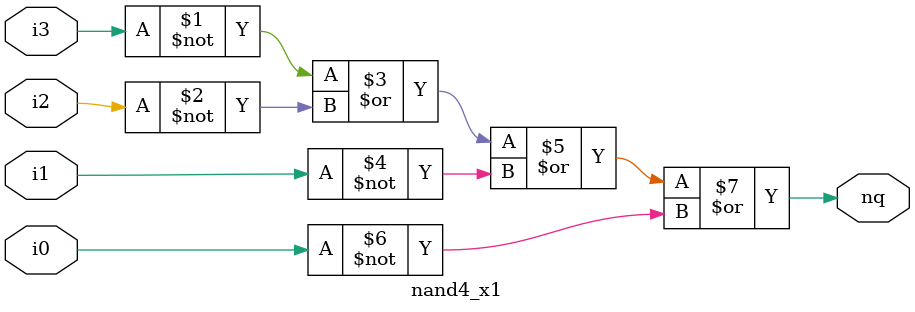
<source format=v>
/*                                                                      */
/*  Avertec Release v3.4p5 (64 bits on Linux 6.7.12+bpo-amd64)          */
/*  [AVT_only] host: fsdev                                              */
/*  [AVT_only] arch: x86_64                                             */
/*  [AVT_only] path: /opt/tasyag-3.4p5/bin/avt_shell                    */
/*  argv:                                                               */
/*                                                                      */
/*  User: verhaegs                                                      */
/*  Generation date Tue Sep 24 13:35:35 2024                            */
/*                                                                      */
/*  Verilog data flow description generated from `nand4_x1`             */
/*                                                                      */


`timescale 1 ps/1 ps

module nand4_x1 (nq, i0, i1, i2, i3);

  output nq;
  input  i0;
  input  i1;
  input  i2;
  input  i3;


  assign nq = (~(i3) | ~(i2) | ~(i1) | ~(i0));

endmodule

</source>
